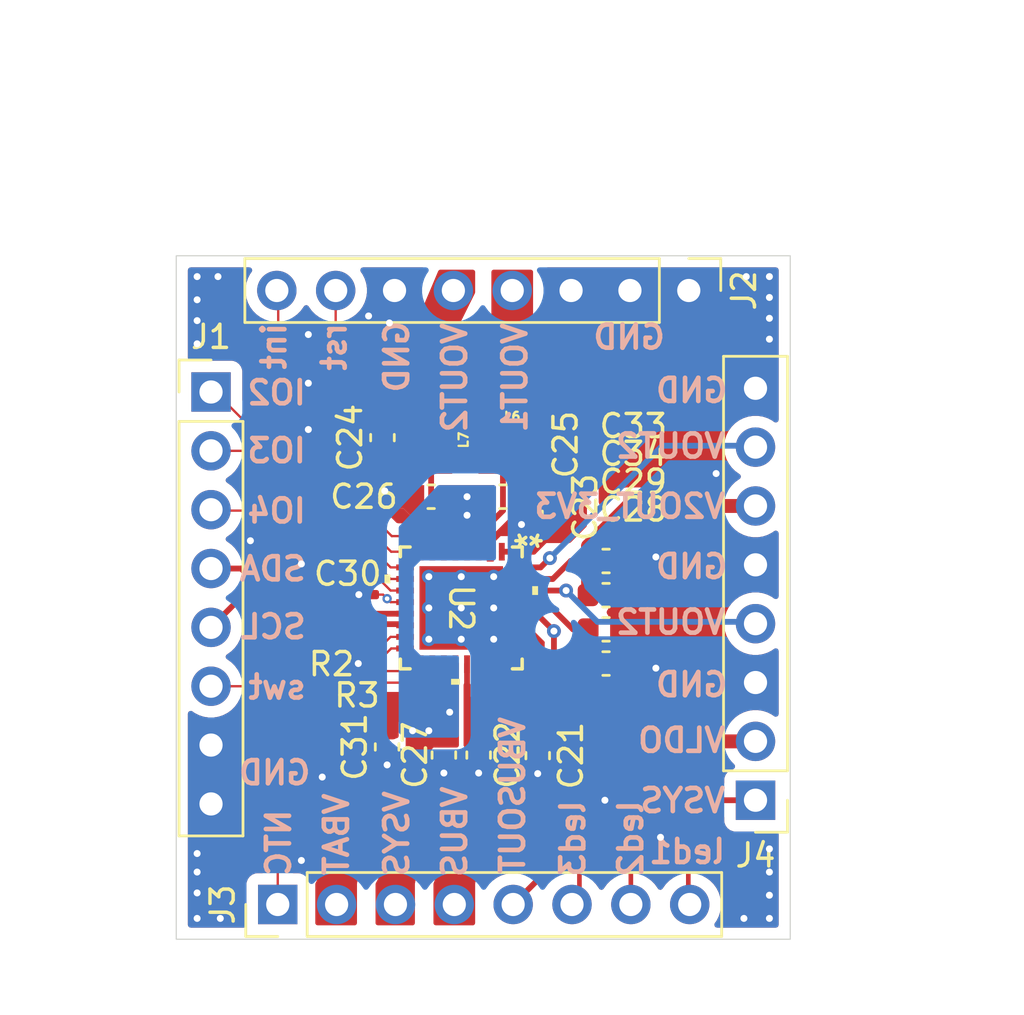
<source format=kicad_pcb>
(kicad_pcb (version 20241229) (generator "pcbnew") (generator_version "9.0")
  (layers (0 "F.Cu" signal) (2 "B.Cu" signal) (13 "F.Paste" user) (15 "B.Paste" user) (5 "F.SilkS" user "F.Silkscreen") (7 "B.SilkS" user "B.Silkscreen") (1 "F.Mask" user) (3 "B.Mask" user) (25 "Edge.Cuts" user))
  (net 0 "")
  (net 1 "GND")
  (net 2 "/VBUSOUT")
  (net 3 "/VSYS")
  (net 4 "/VOUT1")
  (net 5 "/VOUT2")
  (net 6 "/rst")
  (net 7 "Net-(U2-SW2)")
  (net 8 "Net-(U2-VSET1)")
  (net 9 "Net-(U2-VSET2)")
  (net 10 "/SWT")
  (net 11 "Net-(U2-SW1)")
  (net 12 "VBUS")
  (net 13 "/VLDO")
  (net 14 "/VBAT")
  (net 15 "/int")
  (net 16 "/NTC")
  (net 17 "/V2OUT_3V3")
  (net 18 "/GPIO2")
  (net 19 "/GPIO3")
  (net 20 "/GPIO4")
  (net 21 "/SDA")
  (net 22 "/SCL")
  (net 23 "/cc1")
  (net 24 "/cc2")
  (net 25 "/led3")
  (net 26 "/led2")
  (net 27 "/led1")
  (net 28 "/SW1")
  (net 29 "/SW2")
  (net 30 "/swt")
  (footprint "npm1300:QFN32_5X5_NOR" (layer "F.Cu") (at 58.3 51.2 -90)
    (property "Reference" "U2" (at 0 0 270) (layer "F.SilkS"))
    (property "Value" "NPM1300-QEAA-R7")
    (fp_line (start -2.6289 2.6289) (end -2.209739 2.6289) (stroke (width 0.1524)) (layer "F.SilkS"))
    (fp_line (start 2.209739 2.6289) (end 2.6289 2.6289) (stroke (width 0.1524)) (layer "F.SilkS"))
    (fp_line (start 2.6289 2.6289) (end 2.6289 2.209739) (stroke (width 0.1524)) (layer "F.SilkS"))
    (fp_line (start -2.6289 2.209739) (end -2.6289 2.6289) (stroke (width 0.1524)) (layer "F.SilkS"))
    (fp_line (start 2.6289 -2.209739) (end 2.6289 -2.6289) (stroke (width 0.1524)) (layer "F.SilkS"))
    (fp_line (start -2.6289 -2.6289) (end -2.6289 -2.209739) (stroke (width 0.1524)) (layer "F.SilkS"))
    (fp_line (start -2.209739 -2.6289) (end -2.6289 -2.6289) (stroke (width 0.1524)) (layer "F.SilkS"))
    (fp_line (start 2.6289 -2.6289) (end 2.209739 -2.6289) (stroke (width 0.1524)) (layer "F.SilkS"))
    (fp_poly (pts (xy -1.4405 3.0607) (xy -1.4405 3.3147) (xy -1.0595 3.3147) (xy -1.0595 3.0607)) (fill yes) (layer "F.SilkS"))
    (fp_poly (pts (xy 3.3147 0.059499) (xy 3.3147 0.4405) (xy 3.0607 0.4405) (xy 3.0607 0.059499)) (fill yes) (layer "F.SilkS"))
    (fp_poly (pts (xy -0.940501 -3.0607) (xy -0.940501 -3.3147) (xy -0.559501 -3.3147) (xy -0.559501 -3.0607)) (fill yes) (layer "F.SilkS"))
    (fp_text user "*" (at -2.9 -2.9 90) (layer "F.SilkS"))
    (fp_text user "*" (at -2.9 -2.9 270) (layer "F.SilkS"))
    (pad "1" smd rect (at -2.4257 -1.749999) (size 0.254 0.762) (layers "F.Cu" "F.Mask" "F.Paste") (net 4 "/VOUT1"))
    (pad "2" smd rect (at -2.4257 -1.25) (size 0.254 0.762) (layers "F.Cu" "F.Mask" "F.Paste") (net 1 "GND"))
    (pad "3" smd rect (at -2.4257 -0.750001) (size 0.254 0.762) (layers "F.Cu" "F.Mask" "F.Paste") (net 28 "/SW1"))
    (pad "4" smd rect (at -2.4257 -0.25) (size 0.254 0.762) (layers "F.Cu" "F.Mask" "F.Paste") (net 3 "/VSYS"))
    (pad "5" smd rect (at -2.4257 0.25) (size 0.254 0.762) (layers "F.Cu" "F.Mask" "F.Paste") (net 29 "/SW2"))
    (pad "6" smd rect (at -2.4257 0.750001) (size 0.254 0.762) (layers "F.Cu" "F.Mask" "F.Paste") (net 1 "GND"))
    (pad "7" smd rect (at -2.4257 1.25) (size 0.254 0.762) (layers "F.Cu" "F.Mask" "F.Paste") (net 6 "/rst"))
    (pad "8" smd rect (at -2.4257 1.749999) (size 0.254 0.762) (layers "F.Cu" "F.Mask" "F.Paste") (net 15 "/int"))
    (pad "9" smd rect (at -1.749999 2.4257 270) (size 0.254 0.762) (layers "F.Cu" "F.Mask" "F.Paste") (net 18 "/GPIO2"))
    (pad "10" smd rect (at -1.25 2.4257 270) (size 0.254 0.762) (layers "F.Cu" "F.Mask" "F.Paste") (net 19 "/GPIO3"))
    (pad "11" smd rect (at -0.750001 2.4257 270) (size 0.254 0.762) (layers "F.Cu" "F.Mask" "F.Paste") (net 20 "/GPIO4"))
    (pad "12" smd rect (at -0.25 2.4257 270) (size 0.254 0.762) (layers "F.Cu" "F.Mask" "F.Paste") (net 4 "/VOUT1"))
    (pad "13" smd rect (at 0.25 2.4257 270) (size 0.254 0.762) (layers "F.Cu" "F.Mask" "F.Paste") (net 21 "/SDA"))
    (pad "14" smd rect (at 0.750001 2.4257 270) (size 0.254 0.762) (layers "F.Cu" "F.Mask" "F.Paste") (net 22 "/SCL"))
    (pad "15" smd rect (at 1.25 2.4257 270) (size 0.254 0.762) (layers "F.Cu" "F.Mask" "F.Paste") (net 10 "/SWT"))
    (pad "16" smd rect (at 1.749999 2.4257 270) (size 0.254 0.762) (layers "F.Cu" "F.Mask" "F.Paste") (net 9 "Net-(U2-VSET2)"))
    (pad "17" smd rect (at 2.4257 1.749999) (size 0.254 0.762) (layers "F.Cu" "F.Mask" "F.Paste") (net 8 "Net-(U2-VSET1)"))
    (pad "18" smd rect (at 2.4257 1.25) (size 0.254 0.762) (layers "F.Cu" "F.Mask" "F.Paste") (net 16 "/NTC"))
    (pad "19" smd rect (at 2.4257 0.750001) (size 0.254 0.762) (layers "F.Cu" "F.Mask" "F.Paste") (net 14 "/VBAT"))
    (pad "20" smd rect (at 2.4257 0.25) (size 0.254 0.762) (layers "F.Cu" "F.Mask" "F.Paste") (net 3 "/VSYS"))
    (pad "21" smd rect (at 2.4257 -0.25) (size 0.254 0.762) (layers "F.Cu" "F.Mask" "F.Paste") (net 12 "VBUS"))
    (pad "22" smd rect (at 2.4257 -0.750001) (size 0.254 0.762) (layers "F.Cu" "F.Mask" "F.Paste") (net 2 "/VBUSOUT"))
    (pad "23" smd rect (at 2.4257 -1.25) (size 0.254 0.762) (layers "F.Cu" "F.Mask" "F.Paste") (net 23 "/cc1"))
    (pad "24" smd rect (at 2.4257 -1.749999) (size 0.254 0.762) (layers "F.Cu" "F.Mask" "F.Paste") (net 24 "/cc2"))
    (pad "25" smd rect (at 1.749999 -2.4257 270) (size 0.254 0.762) (layers "F.Cu" "F.Mask" "F.Paste") (net 25 "/led3"))
    (pad "26" smd rect (at 1.25 -2.4257 270) (size 0.254 0.762) (layers "F.Cu" "F.Mask" "F.Paste") (net 26 "/led2"))
    (pad "27" smd rect (at 0.750001 -2.4257 270) (size 0.254 0.762) (layers "F.Cu" "F.Mask" "F.Paste") (net 27 "/led1"))
    (pad "28" smd rect (at 0.25 -2.4257 270) (size 0.254 0.762) (layers "F.Cu" "F.Mask" "F.Paste") (net 3 "/VSYS"))
    (pad "29" smd rect (at -0.25 -2.4257 270) (size 0.254 0.762) (layers "F.Cu" "F.Mask" "F.Paste") (net 13 "/VLDO"))
    (pad "30" smd rect (at -0.750001 -2.4257 270) (size 0.254 0.762) (layers "F.Cu" "F.Mask" "F.Paste") (net 5 "/VOUT2"))
    (pad "31" smd rect (at -1.25 -2.4257 270) (size 0.254 0.762) (layers "F.Cu" "F.Mask" "F.Paste") (net 17 "/V2OUT_3V3"))
    (pad "32" smd rect (at -1.749999 -2.4257 270) (size 0.254 0.762) (layers "F.Cu" "F.Mask" "F.Paste") (net 5 "/VOUT2"))
    (pad "33" smd rect (at 0 0 270) (size 3.6068 3.6068) (layers "F.Cu" "F.Mask" "F.Paste") (net 1 "GND"))
  )
  (footprint "Capacitor_SMD:C_0603_1608Metric" (layer "F.Cu") (at 57 46.4 180)
    (property "Reference" "C26" (at 2.9 0 0) (layer "F.SilkS"))
    (property "Value" "10uF" (hide yes))
    (fp_line (start -0.14058 0.51) (end 0.14058 0.51) (stroke (width 0.12)) (layer "F.SilkS"))
    (fp_line (start -0.14058 -0.51) (end 0.14058 -0.51) (stroke (width 0.12)) (layer "F.SilkS"))
    (pad "1" smd roundrect (at -0.775 0 180) (size 0.9 0.95) (layers "F.Cu" "F.Mask" "F.Paste") (net 3 "/VSYS"))
    (pad "2" smd roundrect (at 0.775 0 180) (size 0.9 0.95) (layers "F.Cu" "F.Mask" "F.Paste") (net 1 "GND"))
  )
  (footprint "Resistor_SMD:R_0201_0603Metric" (layer "F.Cu") (at 54.18 53.2257)
    (property "Reference" "R2" (at -1.48 0.4 0) (layer "F.SilkS"))
    (property "Value" "500k" (hide yes))
    (pad "1" smd roundrect (at -0.32 0) (size 0.46 0.4) (layers "F.Cu" "F.Mask") (net 1 "GND"))
    (pad "2" smd roundrect (at 0.32 0) (size 0.46 0.4) (layers "F.Cu" "F.Mask") (net 9 "Net-(U2-VSET2)"))
  )
  (footprint "Capacitor_SMD:C_0201_0603Metric" (layer "F.Cu") (at 54.2 50.6257 180)
    (property "Reference" "C30" (at 0.8 0.9 0) (layer "F.SilkS"))
    (property "Value" "100nF" (hide yes))
    (pad "1" smd roundrect (at -0.32 0 180) (size 0.46 0.4) (layers "F.Cu" "F.Mask") (net 4 "/VOUT1"))
    (pad "2" smd roundrect (at 0.32 0 180) (size 0.46 0.4) (layers "F.Cu" "F.Mask") (net 1 "GND"))
  )
  (footprint "Capacitor_SMD:C_0603_1608Metric" (layer "F.Cu") (at 55.1 57.2 -90)
    (property "Reference" "C31" (at 0 1.4 90) (layer "F.SilkS"))
    (property "Value" "2.2uF" (hide yes))
    (fp_line (start -0.14058 0.51) (end 0.14058 0.51) (stroke (width 0.12)) (layer "F.SilkS"))
    (fp_line (start -0.14058 -0.51) (end 0.14058 -0.51) (stroke (width 0.12)) (layer "F.SilkS"))
    (pad "1" smd roundrect (at -0.775 0 270) (size 0.9 0.95) (layers "F.Cu" "F.Mask" "F.Paste") (net 14 "/VBAT"))
    (pad "2" smd roundrect (at 0.775 0 270) (size 0.9 0.95) (layers "F.Cu" "F.Mask" "F.Paste") (net 1 "GND"))
  )
  (footprint "Capacitor_SMD:C_0603_1608Metric" (layer "F.Cu") (at 60.1 46.4)
    (property "Reference" "C25" (at 2.7 -2.2493 90) (layer "F.SilkS"))
    (property "Value" "10uF" (hide yes))
    (fp_line (start -0.14058 -0.51) (end 0.14058 -0.51) (stroke (width 0.12)) (layer "F.SilkS"))
    (fp_line (start -0.14058 0.51) (end 0.14058 0.51) (stroke (width 0.12)) (layer "F.SilkS"))
    (pad "1" smd roundrect (at -0.775 0) (size 0.9 0.95) (layers "F.Cu" "F.Mask" "F.Paste") (net 3 "/VSYS"))
    (pad "2" smd roundrect (at 0.775 0) (size 0.9 0.95) (layers "F.Cu" "F.Mask" "F.Paste") (net 1 "GND"))
  )
  (footprint "Connector_PinHeader_2.54mm:PinHeader_1x08_P2.54mm_Vertical" (layer "F.Cu") (at 71 59.5 180)
    (property "Reference" "J4" (at 0 -2.38 0) (layer "F.SilkS"))
    (property "Value" "Conn_01x08_Pin" (hide yes))
    (fp_line (start 1.38 1.27) (end 1.38 19.16) (stroke (width 0.12)) (layer "F.SilkS"))
    (fp_line (start -1.38 19.16) (end 1.38 19.16) (stroke (width 0.12)) (layer "F.SilkS"))
    (fp_line (start -1.38 1.27) (end 1.38 1.27) (stroke (width 0.12)) (layer "F.SilkS"))
    (fp_line (start -1.38 1.27) (end -1.38 19.16) (stroke (width 0.12)) (layer "F.SilkS"))
    (fp_line (start -1.38 0) (end -1.38 -1.38) (stroke (width 0.12)) (layer "F.SilkS"))
    (fp_line (start -1.38 -1.38) (end 0 -1.38) (stroke (width 0.12)) (layer "F.SilkS"))
    (pad "1" thru_hole rect (at 0 0 180) (size 1.7 1.7) (drill 1) (layers "*.Cu" "*.Mask") (net 3 "/VSYS"))
    (pad "2" thru_hole circle (at 0 2.54 180) (size 1.7 1.7) (drill 1) (layers "*.Cu" "*.Mask") (net 13 "/VLDO"))
    (pad "3" thru_hole circle (at 0 5.08 180) (size 1.7 1.7) (drill 1) (layers "*.Cu" "*.Mask") (net 1 "GND"))
    (pad "4" thru_hole circle (at 0 7.62 180) (size 1.7 1.7) (drill 1) (layers "*.Cu" "*.Mask") (net 5 "/VOUT2"))
    (pad "5" thru_hole circle (at 0 10.16 180) (size 1.7 1.7) (drill 1) (layers "*.Cu" "*.Mask") (net 1 "GND"))
    (pad "6" thru_hole circle (at 0 12.7 180) (size 1.7 1.7) (drill 1) (layers "*.Cu" "*.Mask") (net 17 "/V2OUT_3V3"))
    (pad "7" thru_hole circle (at 0 15.24 180) (size 1.7 1.7) (drill 1) (layers "*.Cu" "*.Mask") (net 5 "/VOUT2"))
    (pad "8" thru_hole circle (at 0 17.78 180) (size 1.7 1.7) (drill 1) (layers "*.Cu" "*.Mask") (net 1 "GND"))
  )
  (footprint "Capacitor_SMD:C_0603_1608Metric" (layer "F.Cu") (at 64.55 49.175)
    (property "Reference" "C33" (at 1.1757 -5.824999 0) (layer "F.SilkS"))
    (property "Value" "10uF" (hide yes))
    (fp_line (start -0.14058 -0.51) (end 0.14058 -0.51) (stroke (width 0.12)) (layer "F.SilkS"))
    (fp_line (start -0.14058 0.51) (end 0.14058 0.51) (stroke (width 0.12)) (layer "F.SilkS"))
    (pad "1" smd roundrect (at -0.775 0) (size 0.9 0.95) (layers "F.Cu" "F.Mask" "F.Paste") (net 17 "/V2OUT_3V3"))
    (pad "2" smd roundrect (at 0.775 0) (size 0.9 0.95) (layers "F.Cu" "F.Mask" "F.Paste") (net 1 "GND"))
  )
  (footprint "Capacitor_SMD:C_0603_1608Metric" (layer "F.Cu") (at 59.05 57.5507 -90)
    (property "Reference" "C22" (at 0 -1.25 90) (layer "F.SilkS"))
    (property "Value" "1uF" (hide yes))
    (fp_line (start -0.14058 0.51) (end 0.14058 0.51) (stroke (width 0.12)) (layer "F.SilkS"))
    (fp_line (start -0.14058 -0.51) (end 0.14058 -0.51) (stroke (width 0.12)) (layer "F.SilkS"))
    (pad "1" smd roundrect (at -0.775 0 270) (size 0.9 0.95) (layers "F.Cu" "F.Mask" "F.Paste") (net 12 "VBUS"))
    (pad "2" smd roundrect (at 0.775 0 270) (size 0.9 0.95) (layers "F.Cu" "F.Mask" "F.Paste") (net 1 "GND"))
  )
  (footprint "Capacitor_SMD:C_0603_1608Metric" (layer "F.Cu") (at 64.55 53.6)
    (property "Reference" "C28" (at 1.1757 -6.6493 0) (layer "F.SilkS"))
    (property "Value" "10uF" (hide yes))
    (fp_line (start -0.14058 -0.51) (end 0.14058 -0.51) (stroke (width 0.12)) (layer "F.SilkS"))
    (fp_line (start -0.14058 0.51) (end 0.14058 0.51) (stroke (width 0.12)) (layer "F.SilkS"))
    (pad "1" smd roundrect (at -0.775 0) (size 0.9 0.95) (layers "F.Cu" "F.Mask" "F.Paste") (net 13 "/VLDO"))
    (pad "2" smd roundrect (at 0.775 0) (size 0.9 0.95) (layers "F.Cu" "F.Mask" "F.Paste") (net 1 "GND"))
  )
  (footprint "Capacitor_SMD:C_0603_1608Metric" (layer "F.Cu") (at 62.31 47.16 90)
    (property "Reference" "C23" (at 0.3 1.339999 90) (layer "F.SilkS"))
    (property "Value" "10uF" (hide yes))
    (fp_line (start -0.14058 -0.51) (end 0.14058 -0.51) (stroke (width 0.12)) (layer "F.SilkS"))
    (fp_line (start -0.14058 0.51) (end 0.14058 0.51) (stroke (width 0.12)) (layer "F.SilkS"))
    (pad "1" smd roundrect (at -0.775 0 90) (size 0.9 0.95) (layers "F.Cu" "F.Mask" "F.Paste") (net 4 "/VOUT1"))
    (pad "2" smd roundrect (at 0.775 0 90) (size 0.9 0.95) (layers "F.Cu" "F.Mask" "F.Paste") (net 1 "GND"))
  )
  (footprint "Capacitor_SMD:C_0603_1608Metric" (layer "F.Cu") (at 64.55 50.65)
    (property "Reference" "C34" (at 1.1757 -6.0993 0) (layer "F.SilkS"))
    (property "Value" "10uF" (hide yes))
    (fp_line (start -0.14058 -0.51) (end 0.14058 -0.51) (stroke (width 0.12)) (layer "F.SilkS"))
    (fp_line (start -0.14058 0.51) (end 0.14058 0.51) (stroke (width 0.12)) (layer "F.SilkS"))
    (pad "1" smd roundrect (at -0.775 0) (size 0.9 0.95) (layers "F.Cu" "F.Mask" "F.Paste") (net 17 "/V2OUT_3V3"))
    (pad "2" smd roundrect (at 0.775 0) (size 0.9 0.95) (layers "F.Cu" "F.Mask" "F.Paste") (net 1 "GND"))
  )
  (footprint "Connector_PinHeader_2.54mm:PinHeader_1x08_P2.54mm_Vertical" (layer "F.Cu") (at 68.12 37.5 -90)
    (property "Reference" "J2" (at 0 -2.38 90) (layer "F.SilkS"))
    (property "Value" "Conn_01x08_Pin" (hide yes))
    (fp_line (start -1.38 19.16) (end 1.38 19.16) (stroke (width 0.12)) (layer "F.SilkS"))
    (fp_line (start -1.38 1.27) (end -1.38 19.16) (stroke (width 0.12)) (layer "F.SilkS"))
    (fp_line (start -1.38 1.27) (end 1.38 1.27) (stroke (width 0.12)) (layer "F.SilkS"))
    (fp_line (start 1.38 1.27) (end 1.38 19.16) (stroke (width 0.12)) (layer "F.SilkS"))
    (fp_line (start -1.38 0) (end -1.38 -1.38) (stroke (width 0.12)) (layer "F.SilkS"))
    (fp_line (start -1.38 -1.38) (end 0 -1.38) (stroke (width 0.12)) (layer "F.SilkS"))
    (pad "1" thru_hole rect (at 0 0 270) (size 1.7 1.7) (drill 1) (layers "*.Cu" "*.Mask") (net 1 "GND"))
    (pad "2" thru_hole circle (at 0 2.54 270) (size 1.7 1.7) (drill 1) (layers "*.Cu" "*.Mask") (net 1 "GND"))
    (pad "3" thru_hole circle (at 0 5.08 270) (size 1.7 1.7) (drill 1) (layers "*.Cu" "*.Mask") (net 1 "GND"))
    (pad "4" thru_hole circle (at 0 7.62 270) (size 1.7 1.7) (drill 1) (layers "*.Cu" "*.Mask") (net 4 "/VOUT1"))
    (pad "5" thru_hole circle (at 0 10.16 270) (size 1.7 1.7) (drill 1) (layers "*.Cu" "*.Mask") (net 5 "/VOUT2"))
    (pad "6" thru_hole circle (at 0 12.7 270) (size 1.7 1.7) (drill 1) (layers "*.Cu" "*.Mask") (net 1 "GND"))
    (pad "7" thru_hole circle (at 0 15.24 270) (size 1.7 1.7) (drill 1) (layers "*.Cu" "*.Mask") (net 6 "/rst"))
    (pad "8" thru_hole circle (at 0 17.78 270) (size 1.7 1.7) (drill 1) (layers "*.Cu" "*.Mask") (net 15 "/int"))
  )
  (footprint "Capacitor_SMD:C_0603_1608Metric" (layer "F.Cu") (at 61.6 57.5757 -90)
    (property "Reference" "C21" (at 0 -1.43 90) (layer "F.SilkS"))
    (property "Value" "1uF" (hide yes))
    (fp_line (start -0.14058 0.51) (end 0.14058 0.51) (stroke (width 0.12)) (layer "F.SilkS"))
    (fp_line (start -0.14058 -0.51) (end 0.14058 -0.51) (stroke (width 0.12)) (layer "F.SilkS"))
    (pad "1" smd roundrect (at -0.775 0 270) (size 0.9 0.95) (layers "F.Cu" "F.Mask" "F.Paste") (net 2 "/VBUSOUT"))
    (pad "2" smd roundrect (at 0.775 0 270) (size 0.9 0.95) (layers "F.Cu" "F.Mask" "F.Paste") (net 1 "GND"))
  )
  (footprint "Connector_PinHeader_2.54mm:PinHeader_1x08_P2.54mm_Vertical" (layer "F.Cu") (at 47.5 41.88)
    (property "Reference" "J1" (at 0 -2.38 0) (layer "F.SilkS"))
    (property "Value" "Conn_01x08_Pin" (hide yes))
    (fp_line (start -1.38 -1.38) (end 0 -1.38) (stroke (width 0.12)) (layer "F.SilkS"))
    (fp_line (start -1.38 0) (end -1.38 -1.38) (stroke (width 0.12)) (layer "F.SilkS"))
    (fp_line (start -1.38 1.27) (end -1.38 19.16) (stroke (width 0.12)) (layer "F.SilkS"))
    (fp_line (start -1.38 1.27) (end 1.38 1.27) (stroke (width 0.12)) (layer "F.SilkS"))
    (fp_line (start -1.38 19.16) (end 1.38 19.16) (stroke (width 0.12)) (layer "F.SilkS"))
    (fp_line (start 1.38 1.27) (end 1.38 19.16) (stroke (width 0.12)) (layer "F.SilkS"))
    (pad "1" thru_hole rect (at 0 0) (size 1.7 1.7) (drill 1) (layers "*.Cu" "*.Mask") (net 18 "/GPIO2"))
    (pad "2" thru_hole circle (at 0 2.54) (size 1.7 1.7) (drill 1) (layers "*.Cu" "*.Mask") (net 19 "/GPIO3"))
    (pad "3" thru_hole circle (at 0 5.08) (size 1.7 1.7) (drill 1) (layers "*.Cu" "*.Mask") (net 20 "/GPIO4"))
    (pad "4" thru_hole circle (at 0 7.62) (size 1.7 1.7) (drill 1) (layers "*.Cu" "*.Mask") (net 21 "/SDA"))
    (pad "5" thru_hole circle (at 0 10.16) (size 1.7 1.7) (drill 1) (layers "*.Cu" "*.Mask") (net 22 "/SCL"))
    (pad "6" thru_hole circle (at 0 12.7) (size 1.7 1.7) (drill 1) (layers "*.Cu" "*.Mask") (net 30 "/swt"))
    (pad "7" thru_hole circle (at 0 15.24) (size 1.7 1.7) (drill 1) (layers "*.Cu" "*.Mask") (net 1 "GND"))
    (pad "8" thru_hole circle (at 0 17.78) (size 1.7 1.7) (drill 1) (layers "*.Cu" "*.Mask") (net 1 "GND"))
  )
  (footprint "Connector_PinHeader_2.54mm:PinHeader_1x08_P2.54mm_Vertical" (layer "F.Cu") (at 50.38 64 90)
    (property "Reference" "J3" (at 0 -2.38 90) (layer "F.SilkS"))
    (property "Value" "Conn_01x08_Pin" (hide yes))
    (fp_line (start -1.38 -1.38) (end 0 -1.38) (stroke (width 0.12)) (layer "F.SilkS"))
    (fp_line (start -1.38 0) (end -1.38 -1.38) (stroke (width 0.12)) (layer "F.SilkS"))
    (fp_line (start 1.38 1.27) (end 1.38 19.16) (stroke (width 0.12)) (layer "F.SilkS"))
    (fp_line (start -1.38 1.27) (end 1.38 1.27) (stroke (width 0.12)) (layer "F.SilkS"))
    (fp_line (start -1.38 1.27) (end -1.38 19.16) (stroke (width 0.12)) (layer "F.SilkS"))
    (fp_line (start -1.38 19.16) (end 1.38 19.16) (stroke (width 0.12)) (layer "F.SilkS"))
    (pad "1" thru_hole rect (at 0 0 90) (size 1.7 1.7) (drill 1) (layers "*.Cu" "*.Mask") (net 16 "/NTC"))
    (pad "2" thru_hole circle (at 0 2.54 90) (size 1.7 1.7) (drill 1) (layers "*.Cu" "*.Mask") (net 14 "/VBAT"))
    (pad "3" thru_hole circle (at 0 5.08 90) (size 1.7 1.7) (drill 1) (layers "*.Cu" "*.Mask") (net 3 "/VSYS"))
    (pad "4" thru_hole circle (at 0 7.62 90) (size 1.7 1.7) (drill 1) (layers "*.Cu" "*.Mask") (net 12 "VBUS"))
    (pad "5" thru_hole circle (at 0 10.16 90) (size 1.7 1.7) (drill 1) (layers "*.Cu" "*.Mask") (net 2 "/VBUSOUT"))
    (pad "6" thru_hole circle (at 0 12.7 90) (size 1.7 1.7) (drill 1) (layers "*.Cu" "*.Mask") (net 25 "/led3"))
    (pad "7" thru_hole circle (at 0 15.24 90) (size 1.7 1.7) (drill 1) (layers "*.Cu" "*.Mask") (net 26 "/led2"))
    (pad "8" thru_hole circle (at 0 17.78 90) (size 1.7 1.7) (drill 1) (layers "*.Cu" "*.Mask") (net 27 "/led1"))
  )
  (footprint "Capacitor_SMD:C_0603_1608Metric" (layer "F.Cu") (at 54.9 43.8507 -90)
    (property "Reference" "C24" (at 0 1.4 90) (layer "F.SilkS"))
    (property "Value" "10uF" (hide yes))
    (fp_line (start -0.14058 0.51) (end 0.14058 0.51) (stroke (width 0.12)) (layer "F.SilkS"))
    (fp_line (start -0.14058 -0.51) (end 0.14058 -0.51) (stroke (width 0.12)) (layer "F.SilkS"))
    (pad "1" smd roundrect (at -0.775 0 270) (size 0.9 0.95) (layers "F.Cu" "F.Mask" "F.Paste") (net 5 "/VOUT2"))
    (pad "2" smd roundrect (at 0.775 0 270) (size 0.9 0.95) (layers "F.Cu" "F.Mask" "F.Paste") (net 1 "GND"))
  )
  (footprint "inductor_0806:INDC2016X100N" (layer "F.Cu") (at 57 43.9507 -90)
    (property "Reference" "L7" (at 0 -1.4 90) (layer "F.SilkS") (effects (font (size 0.393701 0.393701))))
    (property "Value" "2.2uH" (hide yes))
    (pad "1" smd rect (at -0.86 0 270) (size 1.2 1.82) (layers "F.Cu" "F.Mask" "F.Paste") (net 5 "/VOUT2"))
    (pad "2" smd rect (at 0.86 0 270) (size 1.2 1.82) (layers "F.Cu" "F.Mask" "F.Paste") (net 7 "Net-(U2-SW2)"))
  )
  (footprint "inductor_0806:INDC2016X100N" (layer "F.Cu") (at 60.5 44.5007 180)
    (property "Reference" "L6" (at 0 1.55 0) (layer "F.SilkS") (effects (font (size 0.393701 0.393701))))
    (property "Value" "2.2uH" (hide yes))
    (pad "1" smd rect (at -0.86 0 180) (size 1.2 1.82) (layers "F.Cu" "F.Mask" "F.Paste") (net 4 "/VOUT1"))
    (pad "2" smd rect (at 0.86 0 180) (size 1.2 1.82) (layers "F.Cu" "F.Mask" "F.Paste") (net 11 "Net-(U2-SW1)"))
  )
  (footprint "Resistor_SMD:R_0201_0603Metric" (layer "F.Cu") (at 54.175 53.9257 180)
    (property "Reference" "R3" (at 0.375 -1.05 0) (layer "F.SilkS"))
    (property "Value" "47k" (hide yes))
    (pad "1" smd roundrect (at -0.32 0 180) (size 0.46 0.4) (layers "F.Cu" "F.Mask") (net 8 "Net-(U2-VSET1)"))
    (pad "2" smd roundrect (at 0.32 0 180) (size 0.46 0.4) (layers "F.Cu" "F.Mask") (net 1 "GND"))
  )
  (footprint "Capacitor_SMD:C_0603_1608Metric" (layer "F.Cu") (at 64.55 52.125)
    (property "Reference" "C29" (at 1.1757 -6.3743 0) (layer "F.SilkS"))
    (property "Value" "10uF" (hide yes))
    (fp_line (start -0.14058 -0.51) (end 0.14058 -0.51) (stroke (width 0.12)) (layer "F.SilkS"))
    (fp_line (start -0.14058 0.51) (end 0.14058 0.51) (stroke (width 0.12)) (layer "F.SilkS"))
    (pad "1" smd roundrect (at -0.775 0) (size 0.9 0.95) (layers "F.Cu" "F.Mask" "F.Paste") (net 13 "/VLDO"))
    (pad "2" smd roundrect (at 0.775 0) (size 0.9 0.95) (layers "F.Cu" "F.Mask" "F.Paste") (net 1 "GND"))
  )
  (footprint "Capacitor_SMD:C_0603_1608Metric" (layer "F.Cu") (at 57.55 57.5507 -90)
    (property "Reference" "C27" (at 0 1.25 90) (layer "F.SilkS"))
    (property "Value" "10uF" (hide yes))
    (fp_line (start -0.14058 0.51) (end 0.14058 0.51) (stroke (width 0.12)) (layer "F.SilkS"))
    (fp_line (start -0.14058 -0.51) (end 0.14058 -0.51) (stroke (width 0.12)) (layer "F.SilkS"))
    (pad "1" smd roundrect (at -0.775 0 270) (size 0.9 0.95) (layers "F.Cu" "F.Mask" "F.Paste") (net 3 "/VSYS"))
    (pad "2" smd roundrect (at 0.775 0 270) (size 0.9 0.95) (layers "F.Cu" "F.Mask" "F.Paste") (net 1 "GND"))
  )
  (gr_rect (start 46 36) (end 72.5 65.5) (stroke (width 0.05)) (fill no) (layer "Edge.Cuts"))
  (gr_text "rst" (at 53.4 38.8 90) (layer "B.SilkS") (effects (font (size 1 1) (thickness 0.2) (bold yes)) (justify left bottom mirror)))
  (gr_text "SCL" (at 51.7 52.6 0) (layer "B.SilkS") (effects (font (size 1 1) (thickness 0.2) (bold yes)) (justify left bottom mirror)))
  (gr_text "IO4" (at 51.7 47.6 0) (layer "B.SilkS") (effects (font (size 1 1) (thickness 0.2) (bold yes)) (justify left bottom mirror)))
  (gr_text "GND" (at 69.9 55.1 0) (layer "B.SilkS") (effects (font (size 1 1) (thickness 0.2) (bold yes)) (justify left bottom mirror)))
  (gr_text "SDA" (at 51.7 50.1 0) (layer "B.SilkS") (effects (font (size 1 1) (thickness 0.2) (bold yes)) (justify left bottom mirror)))
  (gr_text "VSYS" (at 69.8 60.1 0) (layer "B.SilkS") (effects (font (size 1 1) (thickness 0.2) (bold yes)) (justify left bottom mirror)))
  (gr_text "GND" (at 51.9 58.9 0) (layer "B.SilkS") (effects (font (size 1 1) (thickness 0.2) (bold yes)) (justify left bottom mirror)))
  (gr_text "VOUT2" (at 69.8 52.4 0) (layer "B.SilkS") (effects (font (size 1 1) (thickness 0.2) (bold yes)) (justify left bottom mirror)))
  (gr_text "VBAT" (at 53.5 59.1 90) (layer "B.SilkS") (effects (font (size 1 1) (thickness 0.2) (bold yes)) (justify left bottom mirror)))
  (gr_text "IO2" (at 51.7 42.5 0) (layer "B.SilkS") (effects (font (size 1 1) (thickness 0.2) (bold yes)) (justify left bottom mirror)))
  (gr_text "swt" (at 51.7 55.2 0) (layer "B.SilkS") (effects (font (size 1 1) (thickness 0.2) (bold yes)) (justify left bottom mirror)))
  (gr_text "VSYS" (at 56.1 59 90) (layer "B.SilkS") (effects (font (size 1 1) (thickness 0.2) (bold yes)) (justify left bottom mirror)))
  (gr_text "NTC" (at 51 59.8 90) (layer "B.SilkS") (effects (font (size 1 1) (thickness 0.2) (bold yes)) (justify left bottom mirror)))
  (gr_text "GND" (at 67.2 40.1 0) (layer "B.SilkS") (effects (font (size 1 1) (thickness 0.2) (bold yes)) (justify left bottom mirror)))
  (gr_text "VOUT2" (at 69.8 44.8 0) (layer "B.SilkS") (effects (font (size 1 1) (thickness 0.2) (bold yes)) (justify left bottom mirror)))
  (gr_text "int" (at 50.8 38.8 90) (layer "B.SilkS") (effects (font (size 1 1) (thickness 0.2) (bold yes)) (justify left bottom mirror)))
  (gr_text "led1" (at 69.8 62.3 0) (layer "B.SilkS") (effects (font (size 1 1) (thickness 0.2) (bold yes)) (justify left bottom mirror)))
  (gr_text "GND" (at 69.9 50 0) (layer "B.SilkS") (effects (font (size 1 1) (thickness 0.2) (bold yes)) (justify left bottom mirror)))
  (gr_text "V2OUT_3V3" (at 69.8 47.4 0) (layer "B.SilkS") (effects (font (size 1 1) (thickness 0.2) (bold yes)) (justify left bottom mirror)))
  (gr_text "VBUS" (at 58.6 58.8 90) (layer "B.SilkS") (effects (font (size 1 1) (thickness 0.2) (bold yes)) (justify left bottom mirror)))
  (gr_text "led2" (at 66.2 59.4 90) (layer "B.SilkS") (effects (font (size 1 1) (thickness 0.2) (bold yes)) (justify left bottom mirror)))
  (gr_text "VBUSOUT" (at 61.1 55.8 90) (layer "B.SilkS") (effects (font (size 1 1) (thickness 0.2) (bold yes)) (justify left bottom mirror)))
  (gr_text "VLDO" (at 69.8 57.5 0) (layer "B.SilkS") (effects (font (size 1 1) (thickness 0.2) (bold yes)) (justify left bottom mirror)))
  (gr_text "VOUT1" (at 61.2 38.8 90) (layer "B.SilkS") (effects (font (size 1 1) (thickness 0.2) (bold yes)) (justify left bottom mirror)))
  (gr_text "VOUT2" (at 58.6 38.8 90) (layer "B.SilkS") (effects (font (size 1 1) (thickness 0.2) (bold yes)) (justify left bottom mirror)))
  (gr_text "GND" (at 56.1 38.7 90) (layer "B.SilkS") (effects (font (size 1 1) (thickness 0.2) (bold yes)) (justify left bottom mirror)))
  (gr_text "GND" (at 69.9 42.4 0) (layer "B.SilkS") (effects (font (size 1 1) (thickness 0.2) (bold yes)) (justify left bottom mirror)))
  (gr_text "led3" (at 63.7 59.4 90) (layer "B.SilkS") (effects (font (size 1 1) (thickness 0.2) (bold yes)) (justify left bottom mirror)))
  (gr_text "IO3" (at 51.7 45 0) (layer "B.SilkS") (effects (font (size 1 1) (thickness 0.2) (bold yes)) (justify left bottom mirror)))
  (segment (start 53.855 53.2307) (end 53.86 53.2257) (width 0.2) (layer "F.Cu") (net 1))
  (segment (start 53.855 53.9257) (end 53.855 53.2307) (width 0.2) (layer "F.Cu") (net 1))
  (via (at 51.7 41.5) (size 0.6) (drill 0.3) (layers "F.Cu" "B.Cu") (net 1))
  (via (at 54.9993 46.15) (size 0.6) (drill 0.3) (layers "F.Cu" "B.Cu") (net 1))
  (via (at 46.9 63.5) (size 0.6) (drill 0.3) (layers "F.Cu" "B.Cu") (net 1))
  (via (at 51.4 62.1) (size 0.6) (drill 0.3) (layers "F.Cu" "B.Cu") (net 1))
  (via (at 58.3 52.5507) (size 0.6) (drill 0.3) (layers "F.Cu" "B.Cu") (net 1))
  (via (at 64.5 59.5) (size 0.6) (drill 0.3) (layers "F.Cu" "B.Cu") (net 1))
  (via (at 59.7 52.5507) (size 0.6) (drill 0.3) (layers "F.Cu" "B.Cu") (net 1))
  (via (at 57.55 58.3257) (size 0.6) (drill 0.3) (layers "F.Cu" "B.Cu") (net 1))
  (via (at 71.6 62.6) (size 0.6) (drill 0.3) (layers "F.Cu" "B.Cu") (net 1))
  (via (at 47.8 36.9) (size 0.6) (drill 0.3) (layers "F.Cu" "B.Cu") (net 1))
  (via (at 66.7 53.8) (size 0.6) (drill 0.3) (layers "F.Cu" "B.Cu") (net 1))
  (via (at 59.7 51.2) (size 0.6) (drill 0.3) (layers "F.Cu" "B.Cu") (net 1))
  (via (at 47.9 64.6) (size 0.6) (drill 0.3) (layers "F.Cu" "B.Cu") (net 1))
  (via (at 58.3 49.8507) (size 0.6) (drill 0.3) (layers "F.Cu" "B.Cu") (net 1))
  (via (at 46.9 36.9) (size 0.6) (drill 0.3) (layers "F.Cu" "B.Cu") (net 1))
  (via (at 51.7 39.4) (size 0.6) (drill 0.3) (layers "F.Cu" "B.Cu") (net 1))
  (via (at 58.3 51.2) (size 0.6) (drill 0.3) (layers "F.Cu" "B.Cu") (net 1))
  (via (at 52.3 58.5) (size 0.6) (drill 0.3) (layers "F.Cu" "B.Cu") (net 1))
  (via (at 71.6 64.6) (size 0.6) (drill 0.3) (layers "F.Cu" "B.Cu") (net 1))
  (via (at 59.7 49.8507) (size 0.6) (drill 0.3) (layers "F.Cu" "B.Cu") (net 1))
  (via (at 70.6 36.9) (size 0.6) (drill 0.3) (layers "F.Cu" "B.Cu") (net 1))
  (via (at 55.2 38.9) (size 0.6) (drill 0.3) (layers "F.Cu" "B.Cu") (net 1))
  (via (at 54.3 38.6) (size 0.6) (drill 0.3) (layers "F.Cu" "B.Cu") (net 1))
  (via (at 53.855 53.6) (size 0.6) (drill 0.3) (layers "F.Cu" "B.Cu") (net 1))
  (via (at 71.6 61.6) (size 0.6) (drill 0.3) (layers "F.Cu" "B.Cu") (net 1))
  (via (at 71.6 63.6) (size 0.6) (drill 0.3) (layers "F.Cu" "B.Cu") (net 1))
  (via (at 46.9 37.9) (size 0.6) (drill 0.3) (layers "F.Cu" "B.Cu") (net 1))
  (via (at 70.5 64.6) (size 0.6) (drill 0.3) (layers "F.Cu" "B.Cu") (net 1))
  (via (at 56.9 52.5507) (size 0.6) (drill 0.3) (layers "F.Cu" "B.Cu") (net 1))
  (via (at 46.9 64.6) (size 0.6) (drill 0.3) (layers "F.Cu" "B.Cu") (net 1))
  (via (at 59.05 58.3257) (size 0.6) (drill 0.3) (layers "F.Cu" "B.Cu") (net 1))
  (via (at 51.4 49.3) (size 0.6) (drill 0.3) (layers "F.Cu" "B.Cu") (net 1))
  (via (at 66.7 49) (size 0.6) (drill 0.3) (layers "F.Cu" "B.Cu") (net 1))
  (via (at 51.7 43.5) (size 0.6) (drill 0.3) (layers "F.Cu" "B.Cu") (net 1))
  (via (at 53.88 50.6257) (size 0.6) (drill 0.3) (layers "F.Cu" "B.Cu") (net 1))
  (via (at 66.9 61.1) (size 0.6) (drill 0.3) (layers "F.Cu" "B.Cu") (net 1))
  (via (at 69.3 45.4) (size 0.6) (drill 0.3) (layers "F.Cu" "B.Cu") (net 1))
  (via (at 46.9 38.8) (size 0.6) (drill 0.3) (layers "F.Cu" "B.Cu") (net 1))
  (via (at 55.1 57.975) (size 0.6) (drill 0.3) (layers "F.Cu" "B.Cu") (net 1))
  (via (at 46.9 39.8) (size 0.6) (drill 0.3) (layers "F.Cu" "B.Cu") (net 1))
  (via (at 49.2 48.3) (size 0.6) (drill 0.3) (layers "F.Cu" "B.Cu") (net 1))
  (via (at 71.6 39.6) (size 0.6) (drill 0.3) (layers "F.Cu" "B.Cu") (net 1))
  (via (at 56.9 51.2) (size 0.6) (drill 0.3) (layers "F.Cu" "B.Cu") (net 1))
  (via (at 71.6 36.9) (size 0.6) (drill 0.3) (layers "F.Cu" "B.Cu") (net 1))
  (via (at 60.9 47.6) (size 0.6) (drill 0.3) (layers "F.Cu" "B.Cu") (net 1))
  (via (at 46.9 61.8) (size 0.6) (drill 0.3) (layers "F.Cu" "B.Cu") (net 1))
  (via (at 56.9 49.8507) (size 0.6) (drill 0.3) (layers "F.Cu" "B.Cu") (net 1))
  (via (at 71.6 37.8) (size 0.6) (drill 0.3) (layers "F.Cu" "B.Cu") (net 1))
  (via (at 71.6 38.7) (size 0.6) (drill 0.3) (layers "F.Cu" "B.Cu") (net 1))
  (via (at 61.6 58.3507) (size 0.6) (drill 0.3) (layers "F.Cu" "B.Cu") (net 1))
  (via (at 46.9 62.6) (size 0.6) (drill 0.3) (layers "F.Cu" "B.Cu") (net 1))
  (segment (start 62.7 57.9007) (end 62.7 61.84) (width 0.25) (layer "F.Cu") (net 2))
  (segment (start 61.6 56.8007) (end 62.7 57.9007) (width 0.25) (layer "F.Cu") (net 2))
  (segment (start 59.050001 53.6257) (end 59.050001 54.750001) (width 0.25) (layer "F.Cu") (net 2))
  (segment (start 59.050001 54.750001) (end 59.9 55.6) (width 0.25) (layer "F.Cu") (net 2))
  (segment (start 61.6 56.5) (end 61.6 56.8007) (width 0.25) (layer "F.Cu") (net 2))
  (segment (start 60.7 55.6) (end 61.6 56.5) (width 0.25) (layer "F.Cu") (net 2))
  (segment (start 62.7 61.84) (end 60.54 64) (width 0.25) (layer "F.Cu") (net 2))
  (segment (start 59.9 55.6) (end 60.7 55.6) (width 0.25) (layer "F.Cu") (net 2))
  (segment (start 62.3 52.2) (end 62.3 54) (width 0.25) (layer "F.Cu") (net 3))
  (segment (start 57.55 56.7757) (end 58.05 56.2757) (width 0.3) (layer "F.Cu") (net 3))
  (segment (start 61.55 51.45) (end 60.7257 51.45) (width 0.25) (layer "F.Cu") (net 3))
  (segment (start 58.55 48.7743) (end 58.55 47.2) (width 0.25) (layer "F.Cu") (net 3))
  (segment (start 62.3 54) (end 67.8 59.5) (width 0.25) (layer "F.Cu") (net 3))
  (segment (start 67.8 59.5) (end 71 59.5) (width 0.25) (layer "F.Cu") (net 3))
  (segment (start 62.3 52.2) (end 61.55 51.45) (width 0.25) (layer "F.Cu") (net 3))
  (segment (start 58.05 56.2757) (end 58.05 53.6257) (width 0.3) (layer "F.Cu") (net 3))
  (via (at 56.9 56.5) (size 0.6) (drill 0.3) (layers "F.Cu" "B.Cu") (net 3))
  (via (at 58.55 46.4) (size 0.6) (drill 0.3) (layers "F.Cu" "B.Cu") (net 3))
  (via (at 58.55 47.2) (size 0.6) (drill 0.3) (layers "F.Cu" "B.Cu") (net 3))
  (via (at 62.3 52.2) (size 0.6) (drill 0.3) (layers "F.Cu" "B.Cu") (net 3))
  (via (at 56.2 56.5) (size 0.6) (drill 0.3) (layers "F.Cu" "B.Cu") (net 3))
  (via (at 57.8 55.7) (size 0.6) (drill 0.3) (layers "F.Cu" "B.Cu") (net 3))
  (segment (start 55.1 50.8) (end 55.25 50.95) (width 0.1) (layer "F.Cu") (net 4))
  (segment (start 62.265 47.935) (end 62.31 47.935) (width 0.25) (layer "F.Cu") (net 4))
  (segment (start 55.25 50.95) (end 55.8743 50.95) (width 0.1) (layer "F.Cu") (net 4))
  (segment (start 54.9257 50.6257) (end 55.1 50.8) (width 0.1) (layer "F.Cu") (net 4))
  (segment (start 60.049999 48.7743) (end 61.4257 48.7743) (width 0.25) (layer "F.Cu") (net 4))
  (segment (start 61.4257 48.7743) (end 62.265 47.935) (width 0.25) (layer "F.Cu") (net 4))
  (segment (start 54.52 50.6257) (end 54.9257 50.6257) (width 0.1) (layer "F.Cu") (net 4))
  (via (at 55.1 50.8) (size 0.4) (drill 0.2) (layers "F.Cu" "B.Cu") (net 4))
  (segment (start 61.724999 49.450001) (end 62.125 49.05) (width 0.25) (layer "F.Cu") (net 5))
  (segment (start 60.7257 50.449999) (end 62.825 50.45) (width 0.25) (layer "F.Cu") (net 5))
  (segment (start 60.7257 49.450001) (end 61.724999 49.450001) (width 0.25) (layer "F.Cu") (net 5))
  (via (at 62.825 50.45) (size 0.6) (drill 0.3) (layers "F.Cu" "B.Cu") (net 5))
  (via (at 62.125 49.05) (size 0.6) (drill 0.3) (layers "F.Cu" "B.Cu") (net 5))
  (segment (start 62.125 49.05) (end 66.975 44.2) (width 0.25) (layer "B.Cu") (net 5))
  (segment (start 62.825 50.45) (end 64.175 51.8) (width 0.25) (layer "B.Cu") (net 5))
  (segment (start 64.175 51.8) (end 70.92 51.8) (width 0.25) (layer "B.Cu") (net 5))
  (segment (start 70.92 51.8) (end 71 51.88) (width 0.25) (layer "B.Cu") (net 5))
  (segment (start 70.94 44.2) (end 71 44.26) (width 0.25) (layer "B.Cu") (net 5))
  (segment (start 66.975 44.2) (end 70.94 44.2) (width 0.25) (layer "B.Cu") (net 5))
  (segment (start 57.05 48.5203) (end 56.6297 48.1) (width 0.1) (layer "F.Cu") (net 6))
  (segment (start 57.05 48.7743) (end 57.05 48.5203) (width 0.1) (layer "F.Cu") (net 6))
  (segment (start 56.6297 48.1) (end 55.3 48.1) (width 0.1) (layer "F.Cu") (net 6))
  (segment (start 52.88 45.68) (end 52.88 37.5) (width 0.1) (layer "F.Cu") (net 6))
  (segment (start 55.3 48.1) (end 52.88 45.68) (width 0.1) (layer "F.Cu") (net 6))
  (segment (start 57 47) (end 57 44.8107) (width 0.25) (layer "F.Cu") (net 7))
  (segment (start 58.05 48.7743) (end 58.05 48.05) (width 0.25) (layer "F.Cu") (net 7))
  (segment (start 58.05 48.05) (end 57 47) (width 0.25) (layer "F.Cu") (net 7))
  (segment (start 56.550001 53.6257) (end 56.250001 53.9257) (width 0.1) (layer "F.Cu") (net 8))
  (segment (start 56.250001 53.9257) (end 54.495 53.9257) (width 0.1) (layer "F.Cu") (net 8))
  (segment (start 55 53.2257) (end 54.5 53.2257) (width 0.1) (layer "F.Cu") (net 9))
  (segment (start 55.275701 52.949999) (end 55 53.2257) (width 0.1) (layer "F.Cu") (net 9))
  (segment (start 55.8743 52.949999) (end 55.275701 52.949999) (width 0.1) (layer "F.Cu") (net 9))
  (segment (start 50.7 52.8) (end 54.9 52.8) (width 0.1) (layer "F.Cu") (net 10))
  (segment (start 48.92 54.58) (end 50.7 52.8) (width 0.1) (layer "F.Cu") (net 10))
  (segment (start 55.25 52.45) (end 55.8743 52.45) (width 0.1) (layer "F.Cu") (net 10))
  (segment (start 54.9 52.8) (end 55.25 52.45) (width 0.1) (layer "F.Cu") (net 10))
  (segment (start 47.5 54.58) (end 48.92 54.58) (width 0.1) (layer "F.Cu") (net 10))
  (segment (start 59.050001 48.049999) (end 60.1 47) (width 0.25) (layer "F.Cu") (net 11))
  (segment (start 59.050001 48.7743) (end 59.050001 48.049999) (width 0.25) (layer "F.Cu") (net 11))
  (segment (start 60.1 44.9607) (end 59.64 44.5007) (width 0.25) (layer "F.Cu") (net 11))
  (segment (start 60.1 47) (end 60.1 44.9607) (width 0.25) (layer "F.Cu") (net 11))
  (segment (start 59.0375 48.761799) (end 59.050001 48.7743) (width 0.2) (layer "F.Cu") (net 11))
  (segment (start 58.55 56.2757) (end 59.05 56.7757) (width 0.25) (layer "F.Cu") (net 12))
  (segment (start 58.55 53.6257) (end 58.55 56.2757) (width 0.25) (layer "F.Cu") (net 12))
  (segment (start 63.775 53.6) (end 63.775 54.275) (width 0.6) (layer "F.Cu") (net 13))
  (segment (start 63.775 54.275) (end 66.46 56.96) (width 0.6) (layer "F.Cu") (net 13))
  (segment (start 61.95 50.95) (end 63.125 52.125) (width 0.25) (layer "F.Cu") (net 13))
  (segment (start 60.7257 50.95) (end 61.95 50.95) (width 0.25) (layer "F.Cu") (net 13))
  (segment (start 66.46 56.96) (end 71 56.96) (width 0.6) (layer "F.Cu") (net 13))
  (segment (start 63.125 52.125) (end 63.775 52.125) (width 0.25) (layer "F.Cu") (net 13))
  (segment (start 63.775 53.6) (end 63.775 52.125) (width 0.6) (layer "F.Cu") (net 13))
  (segment (start 57.549999 53.6257) (end 57.549999 54.335701) (width 0.3) (layer "F.Cu") (net 14))
  (segment (start 56.550001 48.7743) (end 55.2743 48.7743) (width 0.1) (layer "F.Cu") (net 15))
  (segment (start 50.4 37.56) (end 50.34 37.5) (width 0.1) (layer "F.Cu") (net 15))
  (segment (start 50.4 43.9) (end 50.4 37.56) (width 0.1) (layer "F.Cu") (net 15))
  (segment (start 55.2743 48.7743) (end 50.4 43.9) (width 0.1) (layer "F.Cu") (net 15))
  (segment (start 57.05 53.6257) (end 57.05 54.135701) (width 0.1) (layer "F.Cu") (net 16))
  (segment (start 57.05 54.135701) (end 56.760001 54.4257) (width 0.1) (layer "F.Cu") (net 16))
  (segment (start 54.8743 54.4257) (end 50.38 58.92) (width 0.1) (layer "F.Cu") (net 16))
  (segment (start 50.38 58.92) (end 50.38 64) (width 0.1) (layer "F.Cu") (net 16))
  (segment (start 56.760001 54.4257) (end 54.8743 54.4257) (width 0.1) (layer "F.Cu") (net 16))
  (segment (start 60.7257 49.95) (end 62.25 49.95) (width 0.25) (layer "F.Cu") (net 17))
  (segment (start 63.775 49.175) (end 63.775 50.65) (width 0.6) (layer "F.Cu") (net 17))
  (segment (start 65.5 46.8) (end 71 46.8) (width 0.6) (layer "F.Cu") (net 17))
  (segment (start 63.025 49.175) (end 63.775 49.175) (width 0.25) (layer "F.Cu") (net 17))
  (segment (start 63.775 48.525) (end 65.5 46.8) (width 0.6) (layer "F.Cu") (net 17))
  (segment (start 63.775 49.175) (end 63.775 48.525) (width 0.6) (layer "F.Cu") (net 17))
  (segment (start 62.25 49.95) (end 63.025 49.175) (width 0.25) (layer "F.Cu") (net 17))
  (segment (start 55.8743 49.450001) (end 55.250001 49.450001) (width 0.1) (layer "F.Cu") (net 18))
  (segment (start 55.250001 49.450001) (end 47.68 41.88) (width 0.1) (layer "F.Cu") (net 18))
  (segment (start 47.68 41.88) (end 47.5 41.88) (width 0.1) (layer "F.Cu") (net 18))
  (segment (start 55.25 49.95) (end 55.8743 49.95) (width 0.1) (layer "F.Cu") (net 19))
  (segment (start 49.72 44.42) (end 55.25 49.95) (width 0.1) (layer "F.Cu") (net 19))
  (segment (start 47.5 44.42) (end 49.72 44.42) (width 0.1) (layer "F.Cu") (net 19))
  (segment (start 51.8 47) (end 47.54 47) (width 0.1) (layer "F.Cu") (net 20))
  (segment (start 55.249999 50.449999) (end 51.8 47) (width 0.1) (layer "F.Cu") (net 20))
  (segment (start 55.8743 50.449999) (end 55.249999 50.449999) (width 0.1) (layer "F.Cu") (net 20))
  (segment (start 47.54 47) (end 47.5 46.96) (width 0.1) (layer "F.Cu") (net 20))
  (segment (start 55.8743 51.45) (end 50.75 51.45) (width 0.25) (layer "F.Cu") (net 21))
  (segment (start 48.8 49.5) (end 47.5 49.5) (width 0.25) (layer "F.Cu") (net 21))
  (segment (start 50.75 51.45) (end 48.8 49.5) (width 0.25) (layer "F.Cu") (net 21))
  (segment (start 48.54 51) (end 47.5 52.04) (width 0.25) (layer "F.Cu") (net 22))
  (segment (start 50.703612 51.9) (end 49.803612 51) (width 0.25) (layer "F.Cu") (net 22))
  (segment (start 55.824299 51.9) (end 50.703612 51.9) (width 0.25) (layer "F.Cu") (net 22))
  (segment (start 49.803612 51) (end 48.54 51) (width 0.25) (layer "F.Cu") (net 22))
  (segment (start 55.8743 51.950001) (end 55.824299 51.9) (width 0.25) (layer "F.Cu") (net 22))
  (segment (start 63.4 57.27535) (end 61 54.87535) (width 0.2) (layer "F.Cu") (net 25))
  (segment (start 61 53.224299) (end 60.7257 52.949999) (width 0.2) (layer "F.Cu") (net 25))
  (segment (start 63.08 64) (end 63.4 63.68) (width 0.2) (layer "F.Cu") (net 25))
  (segment (start 61 54.87535) (end 61 53.224299) (width 0.2) (layer "F.Cu") (net 25))
  (segment (start 63.4 63.68) (end 63.4 57.27535) (width 0.2) (layer "F.Cu") (net 25))
  (segment (start 61.4 52.8) (end 61.4 54.6) (width 0.2) (layer "F.Cu") (net 26))
  (segment (start 61.4 54.6) (end 65.62 58.82) (width 0.2) (layer "F.Cu") (net 26))
  (segment (start 65.62 58.82) (end 65.62 64) (width 0.2) (layer "F.Cu") (net 26))
  (segment (start 61.05 52.45) (end 61.4 52.8) (width 0.2) (layer "F.Cu") (net 26))
  (segment (start 60.7257 52.45) (end 61.05 52.45) (width 0.2) (layer "F.Cu") (net 26))
  (segment (start 60.7257 51.950001) (end 61.050001 51.950001) (width 0.2) (layer "F.Cu") (net 27))
  (segment (start 61.050001 51.950001) (end 61.8 52.7) (width 0.2) (layer "F.Cu") (net 27))
  (segment (start 68.1 60.6) (end 68.1 63.94) (width 0.2) (layer "F.Cu") (net 27))
  (segment (start 61.8 52.7) (end 61.8 54.3) (width 0.2) (layer "F.Cu") (net 27))
  (segment (start 68.1 63.94) (end 68.16 64) (width 0.2) (layer "F.Cu") (net 27))
  (segment (start 61.8 54.3) (end 68.1 60.6) (width 0.2) (layer "F.Cu") (net 27))
  (zone (net 14) (net_name "/VBAT") (layer "F.Cu") (priority 13) (connect_pads yes (clearance 0)) (min_thickness 0.2) (fill yes (thermal_gap 0.5) (thermal_bridge_width 0.5))
    (polygon (pts (xy 57.7 54.1257) (xy 57.7 54.8257) (xy 56.874998 55.7257) (xy 56 55.7257) (xy 55.6 56.1257) (xy 55.6 56.8257) (xy 54.7 56.8257) (xy 54.3 57.2257) (xy 54.3 58.9757) (xy 54.3 60.7257) (xy 53.8 63.1) (xy 53.8 64.9) (xy 52 64.9) (xy 52 63.1) (xy 53.2 60.7257) (xy 53.2 56.598647) (xy 54.997258 54.8257) (xy 56.9 54.8257) (xy 57.6 54.1257)))
  )
  (zone (net 12) (net_name "VBUS") (layer "F.Cu") (priority 13) (connect_pads yes (clearance 0)) (min_thickness 0.2) (fill yes (thermal_gap 0.5) (thermal_bridge_width 0.5))
    (polygon (pts (xy 58.4 54.4257) (xy 58.4 57.2257) (xy 59.5 57.2257) (xy 59.8 57.5257) (xy 59.8 59) (xy 58 60.7) (xy 57.1 63.1) (xy 57.1 64.9) (xy 58.9 64.9) (xy 58.9 63.1) (xy 59.4 60.7) (xy 60.8 59) (xy 60.8 56.3257) (xy 60.5 56.0257) (xy 59.7 56.0257) (xy 58.7 55.0257) (xy 58.7 54.4257)))
  )
  (zone (net 3) (net_name "/VSYS") (layer "F.Cu") (priority 13) (connect_pads yes (clearance 0)) (min_thickness 0.2) (fill yes (thermal_gap 0.5) (thermal_bridge_width 0.5))
    (polygon (pts (xy 58.7 48.1) (xy 58.7 47.6) (xy 59.5 46.9) (xy 59.8 46.9) (xy 59.8 45.9) (xy 57.3 45.9) (xy 57.3 46.9) (xy 57.7 46.9) (xy 58.4 47.6) (xy 58.4 48.1)))
  )
  (zone (net 3) (net_name "/VSYS") (layer "F.Cu") (priority 13) (connect_pads yes (clearance 0)) (min_thickness 0.2) (fill yes (thermal_gap 0.5) (thermal_bridge_width 0.5))
    (polygon (pts (xy 58.2 57.2257) (xy 57.1 57.2257) (xy 56.8 57.5507) (xy 56.8 60.7) (xy 56.3 63.1) (xy 56.3 64.9) (xy 54.6 64.9) (xy 54.6 63.1) (xy 55.9 60.7) (xy 55.9 56.3257) (xy 56.2 56.0257) (xy 56.976922 56.0257) (xy 57.9 55.0257) (xy 57.9 54.4257) (xy 58.2 54.4257)))
  )
  (zone (net 1) (net_name "GND") (layer "F.Cu") (priority 13) (connect_pads yes (clearance 0)) (min_thickness 0.2) (fill yes (thermal_gap 0.5) (thermal_bridge_width 0.5) (island_removal_mode 1) (island_area_min 10))
    (polygon (pts (xy 62.8 45.9) (xy 62.8 47) (xy 61.879999 47) (xy 61.5 47.475002) (xy 61.5 47.9) (xy 61.3 48.1) (xy 60 48.1) (xy 59.7 48.4) (xy 59.7 49.2) (xy 59.4 49.2) (xy 59.4 48.3) (xy 60.4 47.3) (xy 60.4 45.9)))
  )
  (zone (net 5) (net_name "/VOUT2") (layer "F.Cu") (priority 13) (connect_pads yes (clearance 0)) (min_thickness 0.2) (fill yes (thermal_gap 0.5) (thermal_bridge_width 0.5) (island_removal_mode 1) (island_area_min 10))
    (polygon (pts (xy 56.1 39.509092) (xy 57.33077 36.6) (xy 58.9 36.6) (xy 58.9 37.6) (xy 57.9 39.617779) (xy 57.9 42.4507) (xy 57.9 43.7507) (xy 56.1 43.7507) (xy 55.4 43.5507) (xy 54.4 43.5507) (xy 54.4 42.6507) (xy 55.4 42.6507) (xy 56.1 42.4507)))
  )
  (zone (net 1) (net_name "GND") (layer "F.Cu") (priority 13) (connect_pads yes (clearance 0)) (min_thickness 0.2) (fill yes (thermal_gap 0.5) (thermal_bridge_width 0.5) (island_removal_mode 1) (island_area_min 10))
    (polygon (pts (xy 57.7 48.7) (xy 57.7 48.31) (xy 56.7 47.3) (xy 56.7 45.9) (xy 56.1 45.9) (xy 55.4 45.2) (xy 55.4 44.1507) (xy 54.4 44.1507) (xy 54.4 46.5) (xy 54.8 46.9) (xy 55.8 46.9) (xy 57.4 48.5) (xy 57.4 48.7)))
  )
  (zone (net 4) (net_name "/VOUT1") (layer "F.Cu") (priority 13) (connect_pads yes (clearance 0)) (min_thickness 0.2) (fill yes (thermal_gap 0.5) (thermal_bridge_width 0.5) (island_removal_mode 1) (island_area_min 10))
    (polygon (pts (xy 62.9 47.3) (xy 63.1 47.1) (xy 63.1 45.8507) (xy 62.7 45.4507) (xy 60.7 45.4507) (xy 60.7 43.5507) (xy 59.6 39.3) (xy 59.6 36.6) (xy 61.4 36.6) (xy 61.4 39.31202) (xy 62.871875 43.5507) (xy 63.725 44.492079) (xy 63.725 47.675) (xy 63 48.4) (xy 61.8 48.4) (xy 61.8 48) (xy 61.8 47.55) (xy 61.966667 47.3)))
  )
  (zone (net 1) (net_name "GND") (layers "F.Cu" "B.Cu") (connect_pads yes (clearance 0.5)) (min_thickness 0.25) (fill yes (thermal_gap 0.5) (thermal_bridge_width 0.5) (island_removal_mode 1) (island_area_min 10))
    (polygon (pts (xy 46 36) (xy 72.5 36) (xy 72.5 65.5) (xy 46 65.5)))
  )
  (zone (net 3) (net_name "/VSYS") (layer "B.Cu") (priority 1) (connect_pads yes (clearance 0.3)) (min_thickness 0.2) (fill yes (thermal_gap 0.5) (thermal_bridge_width 0.5) (island_removal_mode 1) (island_area_min 10))
    (polygon (pts (xy 59.7993 45.9) (xy 59.7993 49.15) (xy 56.5493 49.15) (xy 56.2493 49.45) (xy 56.2493 52.95) (xy 56.5493 53.25) (xy 58.1993 53.25) (xy 58.1993 56.8) (xy 55.8493 56.8) (xy 55.5993 56.6) (xy 55.5993 47.7) (xy 57.2993 45.9)))
  )
)
</source>
